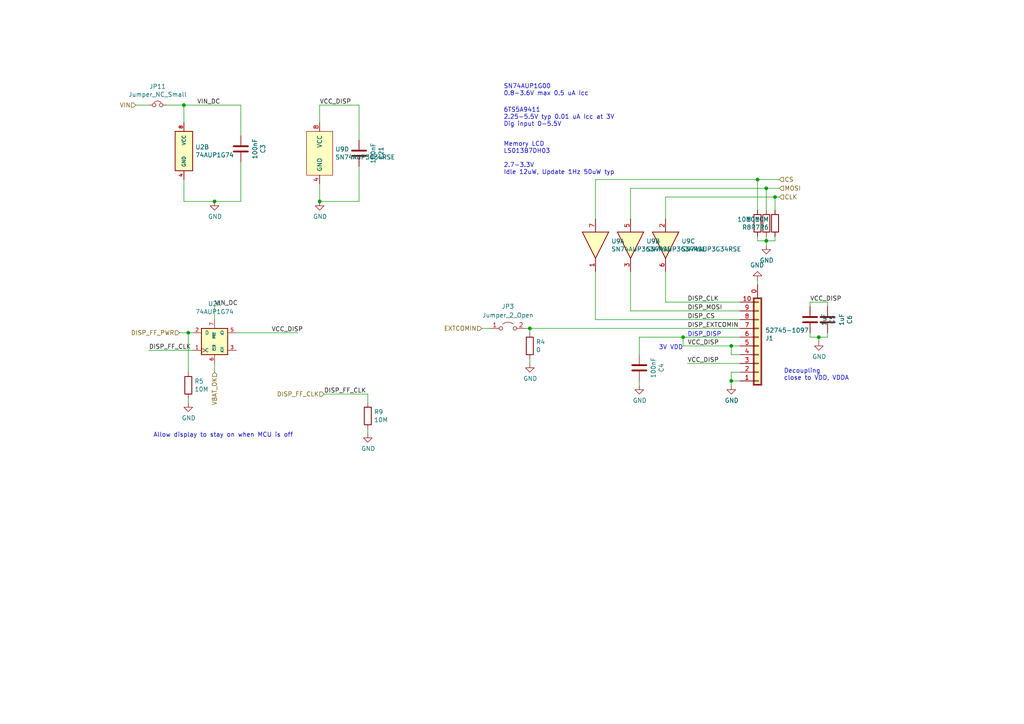
<source format=kicad_sch>
(kicad_sch (version 20211123) (generator eeschema)
  (paper "A4")
  (title_block (title "Display") (date "2021-11-21") (rev "4.0") (company "TU Delft"))
  (lib_symbols
    (symbol "Device:C" (pin_numbers hide) (pin_names (offset 0.254))
      (property "Reference" "C" (at 0.635 2.54 0))
      (property "Value" "C" (at 0.635 -2.54 0))
      (symbol "C_0_1"
        (polyline (pts (xy -2.032 -0.762) (xy 2.032 -0.762)) (stroke (width 0.508)))
        (polyline (pts (xy -2.032 0.762) (xy 2.032 0.762)) (stroke (width 0.508)))
      )
      (symbol "C_1_1"
        (pin passive line (at 0 3.81 270) (length 2.794) (name "~") (number "1"))
        (pin passive line (at 0 -3.81 90) (length 2.794) (name "~") (number "2"))
      )
    )
    (symbol "Device:Jumper_NC_Small" (pin_numbers hide) (pin_names (offset 0.762) hide)
      (property "Reference" "JP" (at 0 2.032 0))
      (property "Value" "Device_Jumper_NC_Small" (at 0.254 -1.524 0))
      (symbol "Jumper_NC_Small_0_1"
        (circle (center -1.016 0) (radius 0.508))
        (circle (center 1.016 0) (radius 0.508))
        (arc (start 1.016 0.762) (mid 0 1.1828) (end -1.016 0.762))
        (pin passive line (at -2.54 0 0) (length 1.016) (name "1") (number "1"))
        (pin passive line (at 2.54 0 180) (length 1.016) (name "2") (number "2"))
      )
    )
    (symbol "Device:R" (pin_numbers hide) (pin_names (offset 0))
      (property "Reference" "R" (at 2.032 0 90))
      (property "Value" "R" (at 0 0 90))
      (symbol "R_0_1"
        (rectangle (start -1.016 -2.54) (end 1.016 2.54) (stroke (width 0.254)))
      )
      (symbol "R_1_1"
        (pin passive line (at 0 3.81 270) (length 1.27) (name "~") (number "1"))
        (pin passive line (at 0 -3.81 90) (length 1.27) (name "~") (number "2"))
      )
    )
    (symbol "Jumper:Jumper_2_Open" (pin_names (offset 0) hide)
      (property "Reference" "JP" (at 0 2.794 0))
      (property "Value" "Jumper_2_Open" (at 0 -2.286 0))
      (symbol "Jumper_2_Open_0_0"
        (circle (center -2.032 0) (radius 0.508))
        (circle (center 2.032 0) (radius 0.508))
      )
      (symbol "Jumper_2_Open_0_1"
        (arc (start 1.524 1.27) (mid 0 1.778) (end -1.524 1.27))
      )
      (symbol "Jumper_2_Open_1_1"
        (pin passive line (at -5.08 0 0) (length 2.54) (name "A") (number "1"))
        (pin passive line (at 5.08 0 180) (length 2.54) (name "B") (number "2"))
      )
    )
    (symbol "jaspers_lib:52745-1097" (pin_names (offset 1.016) hide)
      (property "Reference" "J" (at 0.254 12.446 0))
      (property "Value" "52745-1097" (at 1.016 -14.986 0))
      (symbol "52745-1097_1_1"
        (rectangle (start -1.27 11.43) (end 1.27 -13.97) (stroke (width 0.1524)))
        (rectangle (start -1.016 -12.573) (end 0.254 -12.827) (stroke (width 0.1524)))
        (rectangle (start -1.016 -10.033) (end 0.254 -10.287) (stroke (width 0.1524)))
        (rectangle (start -1.016 -7.493) (end 0.254 -7.747) (stroke (width 0.1524)))
        (rectangle (start -1.016 -4.953) (end 0.254 -5.207) (stroke (width 0.1524)))
        (rectangle (start -1.016 -2.413) (end 0.254 -2.667) (stroke (width 0.1524)))
        (rectangle (start -1.016 0.127) (end 0.254 -0.127) (stroke (width 0.1524)))
        (rectangle (start -1.016 2.667) (end 0.254 2.413) (stroke (width 0.1524)))
        (rectangle (start -1.016 5.207) (end 0.254 4.953) (stroke (width 0.1524)))
        (rectangle (start -1.016 7.747) (end 0.254 7.493) (stroke (width 0.1524)))
        (rectangle (start -1.016 10.287) (end 0.254 10.033) (stroke (width 0.1524)))
        (rectangle (start -1.016 11.176) (end 1.016 -13.716) (stroke (width 0.254)) (fill (type background)))
        (pin passive line (at 0 -17.78 90) (length 3.81) (name "Shield") (number "0"))
        (pin passive line (at -5.08 10.16 0) (length 4.064) (name "Pin_1") (number "1"))
        (pin passive line (at -5.08 -12.7 0) (length 4.064) (name "Pin_10") (number "10"))
        (pin passive line (at -5.08 7.62 0) (length 4.064) (name "Pin_2") (number "2"))
        (pin passive line (at -5.08 5.08 0) (length 4.064) (name "Pin_3") (number "3"))
        (pin passive line (at -5.08 2.54 0) (length 4.064) (name "Pin_4") (number "4"))
        (pin passive line (at -5.08 0 0) (length 4.064) (name "Pin_5") (number "5"))
        (pin passive line (at -5.08 -2.54 0) (length 4.064) (name "Pin_6") (number "6"))
        (pin passive line (at -5.08 -5.08 0) (length 4.064) (name "Pin_7") (number "7"))
        (pin passive line (at -5.08 -7.62 0) (length 4.064) (name "Pin_8") (number "8"))
        (pin passive line (at -5.08 -10.16 0) (length 4.064) (name "Pin_9") (number "9"))
      )
    )
    (symbol "jaspers_lib:74AUP1G74" (pin_names (offset 1.016))
      (property "Reference" "U" (at -2.54 5.08 0))
      (property "Value" "74AUP1G74" (at 5.08 -5.08 0))
      (symbol "74AUP1G74_1_1"
        (rectangle (start -3.81 3.81) (end 3.81 -3.81) (stroke (width 0.254)) (fill (type background)))
        (pin input clock (at -6.35 -2.54 0) (length 2.54) (name "C") (number "1"))
        (pin input line (at -6.35 2.54 0) (length 2.54) (name "D") (number "2"))
        (pin output line (at 6.35 -2.54 180) (length 2.54) (name "~{Q}") (number "3"))
        (pin output line (at 6.35 2.54 180) (length 2.54) (name "Q") (number "5"))
        (pin input line (at 0 -6.35 90) (length 2.54) (name "~{CLR}") (number "6"))
        (pin input line (at 0 6.35 270) (length 2.54) (name "~{PRE}") (number "7"))
      )
      (symbol "74AUP1G74_2_1"
        (rectangle (start -2.54 7.62) (end 2.54 -3.81) (stroke (width 0.254)) (fill (type background)))
        (pin power_in line (at 0 -6.35 90) (length 2.54) (name "GND") (number "4"))
        (pin power_in line (at 0 10.16 270) (length 2.54) (name "VCC") (number "8"))
      )
    )
    (symbol "jaspers_lib:SN74AUP3G34RSE" (pin_names (offset 1.016))
      (property "Reference" "U" (at -6.35 7.62 0))
      (property "Value" "SN74AUP3G34RSE" (at 11.43 -7.62 0))
      (symbol "SN74AUP3G34RSE_1_0"
        (polyline (pts (xy -3.81 3.81) (xy -3.81 -3.81) (xy 3.81 0) (xy -3.81 3.81)) (stroke (width 0.254)) (fill (type background)))
        (pin output line (at 7.62 0 180) (length 3.81) (name "~") (number "1"))
        (pin input line (at -7.62 0 0) (length 3.81) (name "~") (number "7"))
      )
      (symbol "SN74AUP3G34RSE_2_0"
        (polyline (pts (xy -3.81 3.81) (xy -3.81 -3.81) (xy 3.81 0) (xy -3.81 3.81)) (stroke (width 0.254)) (fill (type background)))
        (pin output line (at 7.62 0 180) (length 3.81) (name "~") (number "3"))
        (pin input line (at -7.62 0 0) (length 3.81) (name "~") (number "5"))
      )
      (symbol "SN74AUP3G34RSE_3_1"
        (polyline (pts (xy -3.81 3.81) (xy -3.81 -3.81) (xy 3.81 0) (xy -3.81 3.81)) (stroke (width 0.254)) (fill (type background)))
        (pin input line (at -7.62 0 0) (length 3.81) (name "~") (number "2"))
        (pin output line (at 7.62 0 180) (length 3.81) (name "~") (number "6"))
      )
      (symbol "SN74AUP3G34RSE_4_1"
        (rectangle (start -3.81 6.35) (end 3.81 -6.35) (fill (type background)))
        (pin power_in line (at 0 -8.89 90) (length 2.54) (name "GND") (number "4"))
        (pin power_in line (at 0 8.89 270) (length 2.54) (name "VCC") (number "8"))
      )
    )
    (symbol "power:GND" (power) (pin_names (offset 0))
      (property "Value" "GND" (at 0 -3.81 0))
      (symbol "GND_0_1"
        (polyline (pts (xy 0 0) (xy 0 -1.27) (xy 1.27 -1.27) (xy 0 -2.54) (xy -1.27 -1.27) (xy 0 -1.27)))
      )
      (symbol "GND_1_1"
        (pin power_in line (at 0 0 270) (length 0) hide (name "GND") (number "1"))
      )
    )
  )
  (junction (at 153.67 95.25))
  (junction (at 237.49 97.79))
  (junction (at 54.61 96.52))
  (junction (at 198.12 97.79))
  (junction (at 222.25 69.85))
  (junction (at 224.79 57.15))
  (junction (at 212.09 100.33))
  (junction (at 62.23 58.42))
  (junction (at 219.71 52.07))
  (junction (at 92.71 58.42))
  (junction (at 53.34 30.48))
  (junction (at 222.25 54.61))
  (junction (at 212.09 110.49))
  (wire (pts (xy 172.72 78.74) (xy 172.72 92.71)))
  (wire (pts (xy 234.95 97.79) (xy 234.95 96.52)))
  (wire (pts (xy 237.49 99.06) (xy 237.49 97.79)))
  (wire (pts (xy 153.67 105.41) (xy 153.67 104.14)))
  (wire (pts (xy 212.09 110.49) (xy 214.63 110.49)))
  (wire (pts (xy 182.88 54.61) (xy 222.25 54.61)))
  (wire (pts (xy 92.71 35.56) (xy 92.71 30.48)))
  (wire (pts (xy 53.34 52.07) (xy 53.34 58.42)))
  (wire (pts (xy 53.34 58.42) (xy 62.23 58.42)))
  (wire (pts (xy 106.68 116.84) (xy 106.68 114.3)))
  (wire (pts (xy 234.95 87.63) (xy 240.03 87.63)))
  (wire (pts (xy 224.79 60.96) (xy 224.79 57.15)))
  (wire (pts (xy 182.88 90.17) (xy 182.88 78.74)))
  (wire (pts (xy 214.63 105.41) (xy 199.39 105.41)))
  (wire (pts (xy 92.71 53.34) (xy 92.71 58.42)))
  (wire (pts (xy 222.25 68.58) (xy 222.25 69.85)))
  (wire (pts (xy 219.71 68.58) (xy 219.71 69.85)))
  (wire (pts (xy 172.72 52.07) (xy 219.71 52.07)))
  (wire (pts (xy 54.61 107.95) (xy 54.61 96.52)))
  (wire (pts (xy 48.26 30.48) (xy 53.34 30.48)))
  (wire (pts (xy 54.61 96.52) (xy 55.88 96.52)))
  (wire (pts (xy 240.03 97.79) (xy 237.49 97.79)))
  (wire (pts (xy 198.12 100.33) (xy 212.09 100.33)))
  (wire (pts (xy 185.42 110.49) (xy 185.42 111.76)))
  (wire (pts (xy 52.07 96.52) (xy 54.61 96.52)))
  (wire (pts (xy 54.61 116.84) (xy 54.61 115.57)))
  (wire (pts (xy 240.03 87.63) (xy 240.03 88.9)))
  (wire (pts (xy 139.7 95.25) (xy 142.24 95.25)))
  (wire (pts (xy 104.14 30.48) (xy 104.14 40.64)))
  (wire (pts (xy 198.12 100.33) (xy 198.12 97.79)))
  (wire (pts (xy 69.85 30.48) (xy 69.85 39.37)))
  (wire (pts (xy 172.72 52.07) (xy 172.72 63.5)))
  (wire (pts (xy 224.79 57.15) (xy 226.06 57.15)))
  (wire (pts (xy 193.04 57.15) (xy 224.79 57.15)))
  (wire (pts (xy 68.58 96.52) (xy 86.36 96.52)))
  (wire (pts (xy 222.25 60.96) (xy 222.25 54.61)))
  (wire (pts (xy 193.04 57.15) (xy 193.04 63.5)))
  (wire (pts (xy 214.63 107.95) (xy 212.09 107.95)))
  (wire (pts (xy 185.42 97.79) (xy 198.12 97.79)))
  (wire (pts (xy 222.25 69.85) (xy 224.79 69.85)))
  (wire (pts (xy 240.03 96.52) (xy 240.03 97.79)))
  (wire (pts (xy 193.04 87.63) (xy 214.63 87.63)))
  (wire (pts (xy 219.71 60.96) (xy 219.71 52.07)))
  (wire (pts (xy 106.68 114.3) (xy 93.98 114.3)))
  (wire (pts (xy 55.88 101.6) (xy 43.18 101.6)))
  (wire (pts (xy 212.09 102.87) (xy 212.09 100.33)))
  (wire (pts (xy 222.25 54.61) (xy 226.06 54.61)))
  (wire (pts (xy 92.71 30.48) (xy 104.14 30.48)))
  (wire (pts (xy 212.09 100.33) (xy 214.63 100.33)))
  (wire (pts (xy 153.67 95.25) (xy 214.63 95.25)))
  (wire (pts (xy 172.72 92.71) (xy 214.63 92.71)))
  (wire (pts (xy 198.12 97.79) (xy 214.63 97.79)))
  (wire (pts (xy 214.63 102.87) (xy 212.09 102.87)))
  (wire (pts (xy 219.71 69.85) (xy 222.25 69.85)))
  (wire (pts (xy 153.67 96.52) (xy 153.67 95.25)))
  (wire (pts (xy 193.04 78.74) (xy 193.04 87.63)))
  (wire (pts (xy 62.23 92.71) (xy 62.23 88.9)))
  (wire (pts (xy 212.09 107.95) (xy 212.09 110.49)))
  (wire (pts (xy 106.68 125.73) (xy 106.68 124.46)))
  (wire (pts (xy 237.49 97.79) (xy 234.95 97.79)))
  (wire (pts (xy 182.88 90.17) (xy 214.63 90.17)))
  (wire (pts (xy 219.71 52.07) (xy 226.06 52.07)))
  (wire (pts (xy 53.34 30.48) (xy 69.85 30.48)))
  (wire (pts (xy 152.4 95.25) (xy 153.67 95.25)))
  (wire (pts (xy 224.79 69.85) (xy 224.79 68.58)))
  (wire (pts (xy 104.14 58.42) (xy 92.71 58.42)))
  (wire (pts (xy 182.88 54.61) (xy 182.88 63.5)))
  (wire (pts (xy 234.95 88.9) (xy 234.95 87.63)))
  (wire (pts (xy 62.23 107.95) (xy 62.23 105.41)))
  (wire (pts (xy 212.09 111.76) (xy 212.09 110.49)))
  (wire (pts (xy 219.71 81.28) (xy 219.71 82.55)))
  (wire (pts (xy 53.34 30.48) (xy 53.34 35.56)))
  (wire (pts (xy 104.14 48.26) (xy 104.14 58.42)))
  (wire (pts (xy 185.42 97.79) (xy 185.42 102.87)))
  (wire (pts (xy 39.37 30.48) (xy 43.18 30.48)))
  (wire (pts (xy 69.85 46.99) (xy 69.85 58.42)))
  (wire (pts (xy 222.25 71.12) (xy 222.25 69.85)))
  (wire (pts (xy 62.23 58.42) (xy 69.85 58.42)))
  (text "Allow display to stay on when MCU is off" (at 44.45 127 0) (effects (font (size 1.27 1.27)) (justify left bottom)))
  (text "3V VDD" (at 198.12 101.6 180) (effects (font (size 1.27 1.27)) (justify right bottom)))
  (text "DISP_DISP" (at 199.39 97.79 0) (effects (font (size 1.27 1.27)) (justify left bottom)))
  (text "6TS5A9411\n2.25-5.5V typ 0.01 uA Icc at 3V\nDig input 0-5.5V" (at 146.05 36.83 0) (effects (font (size 1.27 1.27)) (justify left bottom)))
  (text "Memory LCD\nLS013B7DH03\n\n2.7-3.3V\nIdle 12uW, Update 1Hz 50uW typ" (at 146.05 50.8 0) (effects (font (size 1.27 1.27)) (justify left bottom)))
  (text "Decoupling \nclose to VDD, VDDA" (at 227.33 110.49 0) (effects (font (size 1.27 1.27)) (justify left bottom)))
  (text "SN74AUP1G00\n0.8-3.6V max 0.5 uA Icc" (at 146.05 27.94 0) (effects (font (size 1.27 1.27)) (justify left bottom)))
  (label "VCC_DISP" (at 199.39 100.33 0))
  (label "DISP_EXTCOMIN" (at 199.39 95.25 0))
  (label "VIN_DC" (at 62.23 88.9 0))
  (label "VCC_DISP" (at 78.74 96.52 0))
  (label "DISP_CLK" (at 199.39 87.63 0))
  (label "VCC_DISP" (at 92.71 30.48 0))
  (label "DISP_CS" (at 199.39 92.71 0))
  (label "VCC_DISP" (at 234.95 87.63 0))
  (label "DISP_FF_CLK" (at 93.98 114.3 0))
  (label "DISP_MOSI" (at 199.39 90.17 0))
  (label "DISP_FF_CLK" (at 43.18 101.6 0))
  (label "VCC_DISP" (at 199.39 105.41 0))
  (label "VIN_DC" (at 57.15 30.48 0))
  (hierarchical_label "CLK" (shape input) (at 226.06 57.15 0))
  (hierarchical_label "CS" (shape input) (at 226.06 52.07 0))
  (hierarchical_label "DISP_FF_CLK" (shape input) (at 93.98 114.3 180))
  (hierarchical_label "VIN" (shape input) (at 39.37 30.48 180))
  (hierarchical_label "VBAT_OK" (shape input) (at 62.23 107.95 270))
  (hierarchical_label "MOSI" (shape input) (at 226.06 54.61 0))
  (hierarchical_label "DISP_FF_PWR" (shape input) (at 52.07 96.52 180))
  (hierarchical_label "EXTCOMIN" (shape input) (at 139.7 95.25 180))
  (symbol (lib_id "power:GND") (at 212.09 111.76 0) (unit 1)
    (property "Reference" "#PWR016" (effects hide))
    (property "Value" "GND" (at 212.217 116.1542 0))
  )
  (symbol (lib_id "Device:C") (at 185.42 106.68 0) (unit 1)
    (property "Reference" "C4" (at 191.8208 106.68 90))
    (property "Value" "100nF" (at 189.5094 106.68 90))
    (property "Footprint" "Capacitor_SMD:C_0402_1005Metric" (effects hide))
    (property "MPN" "GRM155R71C104KA88J" (effects hide))
  )
  (symbol (lib_id "Device:C") (at 234.95 92.71 0) (unit 1)
    (property "Reference" "C5" (at 241.3508 92.71 90))
    (property "Value" "1uF" (at 239.0394 92.71 90))
    (property "Footprint" "Capacitor_SMD:C_0402_1005Metric" (effects hide))
    (property "MPN" "0402ZD105KAT2A" (effects hide))
  )
  (symbol (lib_id "Device:C") (at 240.03 92.71 0) (unit 1)
    (property "Reference" "C6" (at 246.4308 92.71 90))
    (property "Value" "1uF" (at 244.1194 92.71 90))
    (property "Footprint" "Capacitor_SMD:C_0402_1005Metric" (effects hide))
    (property "MPN" "0402ZD105KAT2A" (effects hide))
  )
  (symbol (lib_id "power:GND") (at 185.42 111.76 0) (unit 1)
    (property "Reference" "#PWR014" (effects hide))
    (property "Value" "GND" (at 185.547 116.1542 0))
  )
  (symbol (lib_id "power:GND") (at 237.49 99.06 0) (unit 1)
    (property "Reference" "#PWR018" (effects hide))
    (property "Value" "GND" (at 237.617 103.4542 0))
  )
  (symbol (lib_id "jaspers_lib:52745-1097") (at 219.71 100.33 0) (mirror x) (unit 1)
    (property "Reference" "J1" (at 221.9452 98.1202 0) (effects (justify left)))
    (property "Value" "52745-1097" (at 221.9452 95.8088 0) (effects (justify left)))
    (property "Footprint" "jaspers_footprints:FPC_10_TOP" (effects hide))
    (property "MPN" "52745-1097" (effects hide))
  )
  (symbol (lib_id "power:GND") (at 219.71 81.28 180) (unit 1)
    (property "Reference" "#PWR017" (effects hide))
    (property "Value" "GND" (at 219.583 76.8858 0))
  )
  (symbol (lib_id "power:GND") (at 153.67 105.41 0) (unit 1)
    (property "Reference" "#PWR013" (effects hide))
    (property "Value" "GND" (at 153.797 109.8042 0))
  )
  (symbol (lib_id "Device:R") (at 224.79 64.77 180) (unit 1)
    (property "Reference" "R6" (at 223.012 65.9384 0) (effects (justify left)))
    (property "Value" "10M" (at 223.012 63.627 0) (effects (justify left)))
    (property "Footprint" "Resistor_SMD:R_0402_1005Metric" (effects hide))
    (property "MPN" "RC0402FR-0710ML" (effects hide))
  )
  (symbol (lib_id "Device:R") (at 222.25 64.77 180) (unit 1)
    (property "Reference" "R7" (at 220.472 65.9384 0) (effects (justify left)))
    (property "Value" "10M" (at 220.472 63.627 0) (effects (justify left)))
    (property "Footprint" "Resistor_SMD:R_0402_1005Metric" (effects hide))
    (property "MPN" "RC0402FR-0710ML" (effects hide))
  )
  (symbol (lib_id "Device:R") (at 219.71 64.77 180) (unit 1)
    (property "Reference" "R8" (at 217.932 65.9384 0) (effects (justify left)))
    (property "Value" "10M" (at 217.932 63.627 0) (effects (justify left)))
    (property "Footprint" "Resistor_SMD:R_0402_1005Metric" (effects hide))
    (property "MPN" "RC0402FR-0710ML" (effects hide))
  )
  (symbol (lib_id "Device:R") (at 153.67 100.33 0) (unit 1)
    (property "Reference" "R4" (at 155.448 99.1616 0) (effects (justify left)))
    (property "Value" "0" (at 155.448 101.473 0) (effects (justify left)))
    (property "Footprint" "Resistor_SMD:R_0402_1005Metric" (effects hide))
    (property "MPN" "RC0402FR-0710ML" (effects hide))
  )
  (symbol (lib_id "power:GND") (at 222.25 71.12 0) (unit 1)
    (property "Reference" "#PWR015" (effects hide))
    (property "Value" "GND" (at 222.377 75.5142 0))
  )
  (symbol (lib_id "power:GND") (at 62.23 58.42 0) (unit 1)
    (property "Reference" "#PWR010" (effects hide))
    (property "Value" "GND" (at 62.357 62.8142 0))
  )
  (symbol (lib_id "Device:C") (at 69.85 43.18 0) (unit 1)
    (property "Reference" "C3" (at 76.2508 43.18 90))
    (property "Value" "100nF" (at 73.9394 43.18 90))
    (property "Footprint" "Capacitor_SMD:C_0402_1005Metric" (effects hide))
    (property "MPN" "GRM155R71C104KA88J" (effects hide))
  )
  (symbol (lib_id "Device:Jumper_NC_Small") (at 45.72 30.48 0) (unit 1)
    (property "Reference" "JP11" (at 45.72 25.0952 0))
    (property "Value" "Jumper_NC_Small" (at 45.72 27.4066 0))
    (property "Footprint" "jaspers_footprints:SolderJumper-small-nc" (effects hide))
    (property "MPN" "-" (effects hide))
  )
  (symbol (lib_id "power:GND") (at 106.68 125.73 0) (unit 1)
    (property "Reference" "#PWR022" (effects hide))
    (property "Value" "GND" (at 106.807 130.1242 0))
  )
  (symbol (lib_id "Device:R") (at 106.68 120.65 0) (unit 1)
    (property "Reference" "R9" (at 108.458 119.4816 0) (effects (justify left)))
    (property "Value" "10M" (at 108.458 121.793 0) (effects (justify left)))
    (property "Footprint" "Resistor_SMD:R_0402_1005Metric" (effects hide))
    (property "MPN" "RC0402FR-0710ML" (effects hide))
  )
  (symbol (lib_id "power:GND") (at 54.61 116.84 0) (unit 1)
    (property "Reference" "#PWR021" (effects hide))
    (property "Value" "GND" (at 54.737 121.2342 0))
  )
  (symbol (lib_id "Device:R") (at 54.61 111.76 0) (unit 1)
    (property "Reference" "R5" (at 56.388 110.5916 0) (effects (justify left)))
    (property "Value" "10M" (at 56.388 112.903 0) (effects (justify left)))
    (property "Footprint" "Resistor_SMD:R_0402_1005Metric" (effects hide))
    (property "MPN" "-" (effects hide))
  )
  (symbol (lib_id "jaspers_lib:SN74AUP3G34RSE") (at 92.71 44.45 0) (unit 4)
    (property "Reference" "U9" (at 97.2312 43.2816 0) (effects (justify left)))
    (property "Value" "SN74AUP3G34RSE" (at 97.2312 45.593 0) (effects (justify left)))
    (property "Footprint" "jaspers_footprints:Texas_RSE_8_UQFN" (effects hide))
    (property "Datasheet" "https://www.ti.com/lit/ds/symlink/sn74aup3g34.pdf" (effects hide))
    (property "MPN" "SN74AUP3G34RSE" (effects hide))
  )
  (symbol (lib_id "jaspers_lib:SN74AUP3G34RSE") (at 193.04 71.12 270) (unit 3)
    (property "Reference" "U9" (at 197.612 69.9516 90) (effects (justify left)))
    (property "Value" "SN74AUP3G34RSE" (at 197.612 72.263 90) (effects (justify left)))
    (property "Footprint" "jaspers_footprints:Texas_RSE_8_UQFN" (effects hide))
    (property "Datasheet" "https://www.ti.com/lit/ds/symlink/sn74aup3g34.pdf" (effects hide))
    (property "MPN" "SN74AUP3G34RSE" (effects hide))
  )
  (symbol (lib_id "jaspers_lib:SN74AUP3G34RSE") (at 182.88 71.12 270) (unit 2)
    (property "Reference" "U9" (at 187.452 69.9516 90) (effects (justify left)))
    (property "Value" "SN74AUP3G34RSE" (at 187.452 72.263 90) (effects (justify left)))
    (property "Footprint" "jaspers_footprints:Texas_RSE_8_UQFN" (effects hide))
    (property "Datasheet" "https://www.ti.com/lit/ds/symlink/sn74aup3g34.pdf" (effects hide))
    (property "MPN" "SN74AUP3G34RSE" (effects hide))
  )
  (symbol (lib_id "jaspers_lib:SN74AUP3G34RSE") (at 172.72 71.12 270) (unit 1)
    (property "Reference" "U9" (at 177.292 69.9516 90) (effects (justify left)))
    (property "Value" "SN74AUP3G34RSE" (at 177.292 72.263 90) (effects (justify left)))
    (property "Footprint" "jaspers_footprints:Texas_RSE_8_UQFN" (effects hide))
    (property "Datasheet" "https://www.ti.com/lit/ds/symlink/sn74aup3g34.pdf" (effects hide))
    (property "MPN" "SN74AUP3G34RSE" (effects hide))
  )
  (symbol (lib_id "Device:C") (at 104.14 44.45 0) (unit 1)
    (property "Reference" "C21" (at 110.5408 44.45 90))
    (property "Value" "100nF" (at 108.2294 44.45 90))
    (property "Footprint" "Capacitor_SMD:C_0402_1005Metric" (effects hide))
    (property "MPN" "GRM155R71C104KA88J" (effects hide))
  )
  (symbol (lib_id "power:GND") (at 92.71 58.42 0) (unit 1)
    (property "Reference" "#PWR0119" (effects hide))
    (property "Value" "GND" (at 92.837 62.8142 0))
  )
  (symbol (lib_id "jaspers_lib:74AUP1G74") (at 62.23 99.06 0) (unit 1)
    (property "Reference" "U2" (at 62.23 88.1126 0))
    (property "Value" "74AUP1G74" (at 62.23 90.424 0))
    (property "Footprint" "Package_SO:VSSOP-8_2.3x2mm_P0.5mm" (effects hide))
    (property "Datasheet" "https://assets.nexperia.com/documents/data-sheet/74AUP1G74.pdf" (effects hide))
  )
  (symbol (lib_id "jaspers_lib:74AUP1G74") (at 53.34 45.72 0) (unit 2)
    (property "Reference" "U2" (at 56.642 42.6466 0) (effects (justify left)))
    (property "Value" "74AUP1G74" (at 56.642 44.958 0) (effects (justify left)))
    (property "Footprint" "Package_SO:VSSOP-8_2.3x2mm_P0.5mm" (effects hide))
    (property "Datasheet" "https://assets.nexperia.com/documents/data-sheet/74AUP1G74.pdf" (effects hide))
  )
  (symbol (lib_id "Jumper:Jumper_2_Open") (at 147.32 95.25 0) (unit 1)
    (property "Reference" "JP3" (at 147.32 88.9 0))
    (property "Value" "Jumper_2_Open" (at 147.32 91.44 0))
    (property "Footprint" "jaspers_footprints:SolderJumper-small-no-150um" (effects hide))
  )
)
</source>
